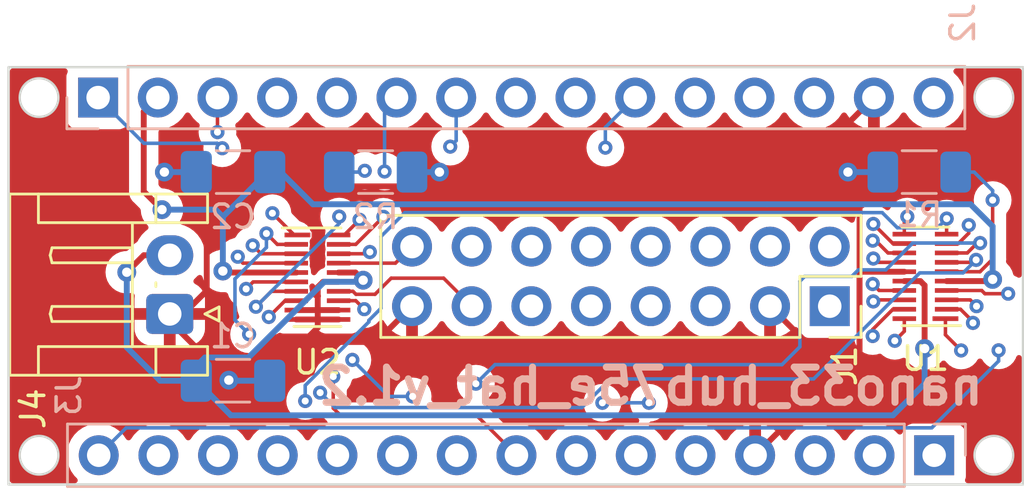
<source format=kicad_pcb>
(kicad_pcb (version 20221018) (generator pcbnew)
  (layers (0 "F.Cu" power) (1 "In1.Cu" signal) (2 "In2.Cu" signal) (31 "B.Cu" power) (34 "B.Paste" user) (35 "F.Paste" user) (36 "B.SilkS" user "B.Silkscreen") (37 "F.SilkS" user "F.Silkscreen") (38 "B.Mask" user) (39 "F.Mask" user) (44 "Edge.Cuts" user))
  (net 0 "")
  (net 1 "+5V")
  (net 2 "GND")
  (net 3 "+3.3V")
  (net 4 "/R1")
  (net 5 "/G1")
  (net 6 "/B1")
  (net 7 "/R2")
  (net 8 "/G2")
  (net 9 "/B2")
  (net 10 "/E")
  (net 11 "/A")
  (net 12 "/B")
  (net 13 "/C")
  (net 14 "/D")
  (net 15 "/CLK")
  (net 16 "/LAT")
  (net 17 "/OE")
  (net 18 "/PA17")
  (net 19 "/PA03")
  (net 20 "/PA02")
  (net 21 "/PB02")
  (net 22 "/PA11")
  (net 23 "/PA10")
  (net 24 "/PB08")
  (net 25 "/PB09")
  (net 26 "/PA09")
  (net 27 "/PB03")
  (net 28 "/RESET")
  (net 29 "/VIN")
  (net 30 "/PB22")
  (net 31 "/PB23")
  (net 32 "/PB10")
  (net 33 "/PB11")
  (net 34 "/PA07")
  (net 35 "/PA05")
  (net 36 "/PA04")
  (net 37 "/PA06")
  (net 38 "/PA18")
  (net 39 "/PA20")
  (net 40 "/PA21")
  (net 41 "/PA16")
  (net 42 "/PA19")
  (net 43 "/RESET2")
  (net 44 "/+5V2")
  (net 45 "Net-(U1-OE)")
  (net 46 "Net-(U2-OE)")
  (footprint "Package_SON:USON-20_2x4mm_P0.4mm" (layer "F.Cu") (at 141.235 85.725 180)
    (fp_text reference "U1" (at 0 -3.5) (layer "F.SilkS"))
    (fp_text value "TXB0108DQSR")
    (fp_line (start 1 -2.1) (end -1.5 -2.1) (stroke (width 0.12)) (layer "F.SilkS"))
    (fp_line (start 1 2.1) (end -1 2.1) (stroke (width 0.12)) (layer "F.SilkS"))
    (pad "1" smd rect (at -0.85 -1.8 90) (size 0.2 1.1) (layers "F.Cu" "F.Paste" "F.Mask") (net 36 "/PA04"))
    (pad "2" smd rect (at -0.9 -1.4 90) (size 0.2 1) (layers "F.Cu" "F.Paste" "F.Mask") (net 34 "/PA07"))
    (pad "3" smd rect (at -0.9 -1 90) (size 0.2 1) (layers "F.Cu" "F.Paste" "F.Mask") (net 39 "/PA20"))
    (pad "4" smd rect (at -0.9 -0.6 90) (size 0.2 1) (layers "F.Cu" "F.Paste" "F.Mask") (net 18 "/PA17"))
    (pad "5" smd rect (at -0.9 -0.2 90) (size 0.2 1) (layers "F.Cu" "F.Paste" "F.Mask") (net 3 "+3.3V"))
    (pad "6" smd rect (at -0.9 0.2 90) (size 0.2 1) (layers "F.Cu" "F.Paste" "F.Mask") (net 45 "Net-(U1-OE)"))
    (pad "7" smd rect (at -0.9 0.6 90) (size 0.2 1) (layers "F.Cu" "F.Paste" "F.Mask") (net 41 "/PA16"))
    (pad "8" smd rect (at -0.9 1 90) (size 0.2 1) (layers "F.Cu" "F.Paste" "F.Mask") (net 38 "/PA18"))
    (pad "9" smd rect (at -0.9 1.4 90) (size 0.2 1) (layers "F.Cu" "F.Paste" "F.Mask") (net 42 "/PA19"))
    (pad "10" smd rect (at -0.9 1.8 90) (size 0.2 1) (layers "F.Cu" "F.Paste" "F.Mask") (net 40 "/PA21"))
    (pad "11" smd rect (at 0.9 1.8 90) (size 0.2 1) (layers "F.Cu" "F.Paste" "F.Mask") (net 9 "/B2"))
    (pad "12" smd rect (at 0.9 1.4 90) (size 0.2 1) (layers "F.Cu" "F.Paste" "F.Mask") (net 7 "/R2"))
    (pad "13" smd rect (at 0.9 1 90) (size 0.2 1) (layers "F.Cu" "F.Paste" "F.Mask") (net 6 "/B1"))
    (pad "14" smd rect (at 0.9 0.6 90) (size 0.2 1) (layers "F.Cu" "F.Paste" "F.Mask") (net 4 "/R1"))
    (pad "15" smd rect (at 0.9 0.2 90) (size 0.2 1) (layers "F.Cu" "F.Paste" "F.Mask") (net 2 "GND"))
    (pad "16" smd rect (at 0.9 -0.2 90) (size 0.2 1) (layers "F.Cu" "F.Paste" "F.Mask") (net 1 "+5V"))
    (pad "17" smd rect (at 0.9 -0.6 90) (size 0.2 1) (layers "F.Cu" "F.Paste" "F.Mask") (net 5 "/G1"))
    (pad "18" smd rect (at 0.9 -1 90) (size 0.2 1) (layers "F.Cu" "F.Paste" "F.Mask") (net 8 "/G2"))
    (pad "19" smd rect (at 0.9 -1.4 90) (size 0.2 1) (layers "F.Cu" "F.Paste" "F.Mask") (net 10 "/E"))
    (pad "20" smd rect (at 0.9 -1.8 90) (size 0.2 1) (layers "F.Cu" "F.Paste" "F.Mask") (net 12 "/B"))
  )
  (footprint "Connector_JST:JST_EH_S2B-EH_1x02_P2.50mm_Horizontal" (layer "F.Cu") (at 109.0676 87.3252 90)
    (fp_text reference "J4" (at -4.0386 -5.8166 90) (layer "F.SilkS"))
    (fp_text value "Power")
    (fp_line (start -2.61 -6.81) (end 5.11 -6.81) (stroke (width 0.12)) (layer "F.SilkS"))
    (fp_line (start -2.61 -5.59) (end -1.39 -5.59) (stroke (width 0.12)) (layer "F.SilkS"))
    (fp_line (start -2.61 1.61) (end -2.61 -6.81) (stroke (width 0.12)) (layer "F.SilkS"))
    (fp_line (start -1.39 -5.59) (end -1.39 -0.59) (stroke (width 0.12)) (layer "F.SilkS"))
    (fp_line (start -1.39 -1.59) (end 3.89 -1.59) (stroke (width 0.12)) (layer "F.SilkS"))
    (fp_line (start -1.39 -0.59) (end -2.61 -0.59) (stroke (width 0.12)) (layer "F.SilkS"))
    (fp_line (start -1.39 -0.59) (end -1.39 1.61) (stroke (width 0.12)) (layer "F.SilkS"))
    (fp_line (start -1.39 1.61) (end -2.61 1.61) (stroke (width 0.12)) (layer "F.SilkS"))
    (fp_line (start -0.32 -5.01) (end 0 -5.09) (stroke (width 0.12)) (layer "F.SilkS"))
    (fp_line (start -0.32 -1.59) (end -0.32 -5.01) (stroke (width 0.12)) (layer "F.SilkS"))
    (fp_line (start -0.3 2.1) (end 0.3 2.1) (stroke (width 0.12)) (layer "F.SilkS"))
    (fp_line (start 0 -5.09) (end 0.32 -5.01) (stroke (width 0.12)) (layer "F.SilkS"))
    (fp_line (start 0 -1.59) (end -0.32 -1.59) (stroke (width 0.12)) (layer "F.SilkS"))
    (fp_line (start 0 1.5) (end -0.3 2.1) (stroke (width 0.12)) (layer "F.SilkS"))
    (fp_line (start 0.3 2.1) (end 0 1.5) (stroke (width 0.12)) (layer "F.SilkS"))
    (fp_line (start 0.32 -5.01) (end 0.32 -1.59) (stroke (width 0.12)) (layer "F.SilkS"))
    (fp_line (start 0.32 -1.59) (end 0 -1.59) (stroke (width 0.12)) (layer "F.SilkS"))
    (fp_line (start 1.17 -0.59) (end 1.33 -0.59) (stroke (width 0.12)) (layer "F.SilkS"))
    (fp_line (start 2.18 -5.01) (end 2.5 -5.09) (stroke (width 0.12)) (layer "F.SilkS"))
    (fp_line (start 2.18 -1.59) (end 2.18 -5.01) (stroke (width 0.12)) (layer "F.SilkS"))
    (fp_line (start 2.5 -5.09) (end 2.82 -5.01) (stroke (width 0.12)) (layer "F.SilkS"))
    (fp_line (start 2.5 -1.59) (end 2.18 -1.59) (stroke (width 0.12)) (layer "F.SilkS"))
    (fp_line (start 2.82 -5.01) (end 2.82 -1.59) (stroke (width 0.12)) (layer "F.SilkS"))
    (fp_line (start 2.82 -1.59) (end 2.5 -1.59) (stroke (width 0.12)) (layer "F.SilkS"))
    (fp_line (start 3.89 -5.59) (end 3.89 -0.59) (stroke (width 0.12)) (layer "F.SilkS"))
    (fp_line (start 3.89 -0.59) (end 5.11 -0.59) (stroke (width 0.12)) (layer "F.SilkS"))
    (fp_line (start 3.89 1.61) (end 3.89 -0.59) (stroke (width 0.12)) (layer "F.SilkS"))
    (fp_line (start 5.11 -6.81) (end 5.11 1.61) (stroke (width 0.12)) (layer "F.SilkS"))
    (fp_line (start 5.11 -5.59) (end 3.89 -5.59) (stroke (width 0.12)) (layer "F.SilkS"))
    (fp_line (start 5.11 1.61) (end 3.89 1.61) (stroke (width 0.12)) (layer "F.SilkS"))
    (pad "1" thru_hole roundrect (at 0 0 90) (size 1.7 2) (drill 1) (layers "*.Cu" "*.Mask") (roundrect_rratio 0.1470588235) (net 2 "GND"))
    (pad "2" thru_hole oval (at 2.5 0 90) (size 1.7 2) (drill 1) (layers "*.Cu" "*.Mask") (net 1 "+5V"))
  )
  (footprint "Connector_PinSocket_2.54mm:PinSocket_2x08_P2.54mm_Vertical" (layer "F.Cu") (at 137.16 86.995 -90)
    (fp_text reference "J1" (at 2.54 -0.635 90) (layer "F.SilkS"))
    (fp_text value "Conn_02x08_Counter_Clockwise")
    (fp_line (start -3.87 -1.33) (end -3.87 19.11) (stroke (width 0.12)) (layer "F.SilkS"))
    (fp_line (start -3.87 -1.33) (end -1.27 -1.33) (stroke (width 0.12)) (layer "F.SilkS"))
    (fp_line (start -3.87 19.11) (end 1.33 19.11) (stroke (width 0.12)) (layer "F.SilkS"))
    (fp_line (start -1.27 -1.33) (end -1.27 1.27) (stroke (width 0.12)) (layer "F.SilkS"))
    (fp_line (start -1.27 1.27) (end 1.33 1.27) (stroke (width 0.12)) (layer "F.SilkS"))
    (fp_line (start 0 -1.33) (end 1.33 -1.33) (stroke (width 0.12)) (layer "F.SilkS"))
    (fp_line (start 1.33 -1.33) (end 1.33 0) (stroke (width 0.12)) (layer "F.SilkS"))
    (fp_line (start 1.33 1.27) (end 1.33 19.11) (stroke (width 0.12)) (layer "F.SilkS"))
    (pad "1" thru_hole rect (at 0 0 270) (size 1.7 1.7) (drill 1) (layers "*.Cu" "*.Mask") (net 5 "/G1"))
    (pad "2" thru_hole oval (at -2.54 0 270) (size 1.7 1.7) (drill 1) (layers "*.Cu" "*.Mask") (net 4 "/R1"))
    (pad "3" thru_hole oval (at 0 2.54 270) (size 1.7 1.7) (drill 1) (layers "*.Cu" "*.Mask") (net 2 "GND"))
    (pad "4" thru_hole oval (at -2.54 2.54 270) (size 1.7 1.7) (drill 1) (layers "*.Cu" "*.Mask") (net 6 "/B1"))
    (pad "5" thru_hole oval (at 0 5.08 270) (size 1.7 1.7) (drill 1) (layers "*.Cu" "*.Mask") (net 8 "/G2"))
    (pad "6" thru_hole oval (at -2.54 5.08 270) (size 1.7 1.7) (drill 1) (layers "*.Cu" "*.Mask") (net 7 "/R2"))
    (pad "7" thru_hole oval (at 0 7.62 270) (size 1.7 1.7) (drill 1) (layers "*.Cu" "*.Mask") (net 10 "/E"))
    (pad "8" thru_hole oval (at -2.54 7.62 270) (size 1.7 1.7) (drill 1) (layers "*.Cu" "*.Mask") (net 9 "/B2"))
    (pad "9" thru_hole oval (at 0 10.16 270) (size 1.7 1.7) (drill 1) (layers "*.Cu" "*.Mask") (net 12 "/B"))
    (pad "10" thru_hole oval (at -2.54 10.16 270) (size 1.7 1.7) (drill 1) (layers "*.Cu" "*.Mask") (net 11 "/A"))
    (pad "11" thru_hole oval (at 0 12.7 270) (size 1.7 1.7) (drill 1) (layers "*.Cu" "*.Mask") (net 14 "/D"))
    (pad "12" thru_hole oval (at -2.54 12.7 270) (size 1.7 1.7) (drill 1) (layers "*.Cu" "*.Mask") (net 13 "/C"))
    (pad "13" thru_hole oval (at 0 15.24 270) (size 1.7 1.7) (drill 1) (layers "*.Cu" "*.Mask") (net 16 "/LAT"))
    (pad "14" thru_hole oval (at -2.54 15.24 270) (size 1.7 1.7) (drill 1) (layers "*.Cu" "*.Mask") (net 15 "/CLK"))
    (pad "15" thru_hole oval (at 0 17.78 270) (size 1.7 1.7) (drill 1) (layers "*.Cu" "*.Mask") (net 2 "GND"))
    (pad "16" thru_hole oval (at -2.54 17.78 270) (size 1.7 1.7) (drill 1) (layers "*.Cu" "*.Mask") (net 17 "/OE"))
  )
  (footprint "Package_SON:USON-20_2x4mm_P0.4mm" (layer "F.Cu") (at 115.355 85.76)
    (fp_text reference "U2" (at 0 3.6226 -360) (layer "F.SilkS"))
    (fp_text value "TXB0108DQSR")
    (fp_line (start 1 -2.1) (end -1.5 -2.1) (stroke (width 0.12)) (layer "F.SilkS"))
    (fp_line (start 1 2.1) (end -1 2.1) (stroke (width 0.12)) (layer "F.SilkS"))
    (pad "1" smd rect (at -0.85 -1.8 270) (size 0.2 1.1) (layers "F.Cu" "F.Paste" "F.Mask") (net 19 "/PA03"))
    (pad "2" smd rect (at -0.9 -1.4 270) (size 0.2 1) (layers "F.Cu" "F.Paste" "F.Mask") (net 35 "/PA05"))
    (pad "3" smd rect (at -0.9 -1 270) (size 0.2 1) (layers "F.Cu" "F.Paste" "F.Mask") (net 26 "/PA09"))
    (pad "4" smd rect (at -0.9 -0.6 270) (size 0.2 1) (layers "F.Cu" "F.Paste" "F.Mask") (net 23 "/PA10"))
    (pad "5" smd rect (at -0.9 -0.2 270) (size 0.2 1) (layers "F.Cu" "F.Paste" "F.Mask") (net 3 "+3.3V"))
    (pad "6" smd rect (at -0.9 0.2 270) (size 0.2 1) (layers "F.Cu" "F.Paste" "F.Mask") (net 46 "Net-(U2-OE)"))
    (pad "7" smd rect (at -0.9 0.6 270) (size 0.2 1) (layers "F.Cu" "F.Paste" "F.Mask") (net 22 "/PA11"))
    (pad "8" smd rect (at -0.9 1 270) (size 0.2 1) (layers "F.Cu" "F.Paste" "F.Mask") (net 37 "/PA06"))
    (pad "9" smd rect (at -0.9 1.4 270) (size 0.2 1) (layers "F.Cu" "F.Paste" "F.Mask") (net 2 "GND"))
    (pad "10" smd rect (at -0.9 1.8 270) (size 0.2 1) (layers "F.Cu" "F.Paste" "F.Mask") (net 2 "GND"))
    (pad "11" smd rect (at 0.9 1.8 270) (size 0.2 1) (layers "F.Cu" "F.Paste" "F.Mask") (net 2 "GND"))
    (pad "12" smd rect (at 0.9 1.4 270) (size 0.2 1) (layers "F.Cu" "F.Paste" "F.Mask") (net 2 "GND"))
    (pad "13" smd rect (at 0.9 1 270) (size 0.2 1) (layers "F.Cu" "F.Paste" "F.Mask") (net 14 "/D"))
    (pad "14" smd rect (at 0.9 0.6 270) (size 0.2 1) (layers "F.Cu" "F.Paste" "F.Mask") (net 16 "/LAT"))
    (pad "15" smd rect (at 0.9 0.2 270) (size 0.2 1) (layers "F.Cu" "F.Paste" "F.Mask") (net 2 "GND"))
    (pad "16" smd rect (at 0.9 -0.2 270) (size 0.2 1) (layers "F.Cu" "F.Paste" "F.Mask") (net 1 "+5V"))
    (pad "17" smd rect (at 0.9 -0.6 270) (size 0.2 1) (layers "F.Cu" "F.Paste" "F.Mask") (net 17 "/OE"))
    (pad "18" smd rect (at 0.9 -1 270) (size 0.2 1) (layers "F.Cu" "F.Paste" "F.Mask") (net 15 "/CLK"))
    (pad "19" smd rect (at 0.9 -1.4 270) (size 0.2 1) (layers "F.Cu" "F.Paste" "F.Mask") (net 13 "/C"))
    (pad "20" smd rect (at 0.9 -1.8 270) (size 0.2 1) (layers "F.Cu" "F.Paste" "F.Mask") (net 11 "/A"))
  )
  (footprint "Resistor_SMD:R_1206_3216Metric_Pad1.30x1.75mm_HandSolder" (layer "B.Cu") (at 117.83 81.28 180)
    (fp_text reference "R2" (at 0 -1.905) (layer "B.SilkS") (effects (justify mirror)))
    (fp_text value "r=100k")
    (fp_line (start -0.727064 -0.91) (end 0.727064 -0.91) (stroke (width 0.12)) (layer "B.SilkS"))
    (fp_line (start -0.727064 0.91) (end 0.727064 0.91) (stroke (width 0.12)) (layer "B.SilkS"))
    (pad "1" smd roundrect (at -1.55 0 180) (size 1.3 1.75) (layers "B.Cu" "B.Paste" "B.Mask") (roundrect_rratio 0.1923076923) (net 2 "GND"))
    (pad "2" smd roundrect (at 1.55 0 180) (size 1.3 1.75) (layers "B.Cu" "B.Paste" "B.Mask") (roundrect_rratio 0.1923076923) (net 46 "Net-(U2-OE)"))
  )
  (footprint "Connector_PinSocket_2.54mm:PinSocket_1x15_P2.54mm_Vertical" (layer "B.Cu") (at 141.605 93.345 90)
    (fp_text reference "J3" (at 2.54 -36.83 90) (layer "B.SilkS") (effects (justify mirror)))
    (fp_text value "Conn_01x15_Socket")
    (fp_line (start -1.33 -36.89) (end 1.33 -36.89) (stroke (width 0.12)) (layer "B.SilkS"))
    (fp_line (start -1.33 -1.27) (end -1.33 -36.89) (stroke (width 0.12)) (layer "B.SilkS"))
    (fp_line (start -1.33 -1.27) (end 1.33 -1.27) (stroke (width 0.12)) (layer "B.SilkS"))
    (fp_line (start 0 1.33) (end 1.33 1.33) (stroke (width 0.12)) (layer "B.SilkS"))
    (fp_line (start 1.33 -1.27) (end 1.33 -36.89) (stroke (width 0.12)) (layer "B.SilkS"))
    (fp_line (start 1.33 1.33) (end 1.33 0) (stroke (width 0.12)) (layer "B.SilkS"))
    (pad "1" thru_hole rect (at 0 0 90) (size 1.7 1.7) (drill 1) (layers "*.Cu" "*.Mask") (net 30 "/PB22"))
    (pad "2" thru_hole oval (at 0 -2.54 90) (size 1.7 1.7) (drill 1) (layers "*.Cu" "*.Mask") (net 31 "/PB23"))
    (pad "3" thru_hole oval (at 0 -5.08 90) (size 1.7 1.7) (drill 1) (layers "*.Cu" "*.Mask") (net 43 "/RESET2"))
    (pad "4" thru_hole oval (at 0 -7.62 90) (size 1.7 1.7) (drill 1) (layers "*.Cu" "*.Mask") (net 2 "GND"))
    (pad "5" thru_hole oval (at 0 -10.16 90) (size 1.7 1.7) (drill 1) (layers "*.Cu" "*.Mask") (net 32 "/PB10"))
    (pad "6" thru_hole oval (at 0 -12.7 90) (size 1.7 1.7) (drill 1) (layers "*.Cu" "*.Mask") (net 33 "/PB11"))
    (pad "7" thru_hole oval (at 0 -15.24 90) (size 1.7 1.7) (drill 1) (layers "*.Cu" "*.Mask") (net 34 "/PA07"))
    (pad "8" thru_hole oval (at 0 -17.78 90) (size 1.7 1.7) (drill 1) (layers "*.Cu" "*.Mask") (net 35 "/PA05"))
    (pad "9" thru_hole oval (at 0 -20.32 90) (size 1.7 1.7) (drill 1) (layers "*.Cu" "*.Mask") (net 36 "/PA04"))
    (pad "10" thru_hole oval (at 0 -22.86 90) (size 1.7 1.7) (drill 1) (layers "*.Cu" "*.Mask") (net 37 "/PA06"))
    (pad "11" thru_hole oval (at 0 -25.4 90) (size 1.7 1.7) (drill 1) (layers "*.Cu" "*.Mask") (net 38 "/PA18"))
    (pad "12" thru_hole oval (at 0 -27.94 90) (size 1.7 1.7) (drill 1) (layers "*.Cu" "*.Mask") (net 39 "/PA20"))
    (pad "13" thru_hole oval (at 0 -30.48 90) (size 1.7 1.7) (drill 1) (layers "*.Cu" "*.Mask") (net 40 "/PA21"))
    (pad "14" thru_hole oval (at 0 -33.02 90) (size 1.7 1.7) (drill 1) (layers "*.Cu" "*.Mask") (net 41 "/PA16"))
    (pad "15" thru_hole oval (at 0 -35.56 90) (size 1.7 1.7) (drill 1) (layers "*.Cu" "*.Mask") (net 42 "/PA19"))
  )
  (footprint "Resistor_SMD:R_1206_3216Metric_Pad1.30x1.75mm_HandSolder" (layer "B.Cu") (at 140.97 81.28)
    (fp_text reference "R1" (at 0 1.82 180) (layer "B.SilkS") (effects (justify mirror)))
    (fp_text value "r=100k")
    (fp_line (start -0.727064 -0.91) (end 0.727064 -0.91) (stroke (width 0.12)) (layer "B.SilkS"))
    (fp_line (start -0.727064 0.91) (end 0.727064 0.91) (stroke (width 0.12)) (layer "B.SilkS"))
    (pad "1" smd roundrect (at -1.55 0) (size 1.3 1.75) (layers "B.Cu" "B.Paste" "B.Mask") (roundrect_rratio 0.1923076923) (net 2 "GND"))
    (pad "2" smd roundrect (at 1.55 0) (size 1.3 1.75) (layers "B.Cu" "B.Paste" "B.Mask") (roundrect_rratio 0.1923076923) (net 45 "Net-(U1-OE)"))
  )
  (footprint "Capacitor_SMD:C_1206_3216Metric_Pad1.33x1.80mm_HandSolder" (layer "B.Cu") (at 111.76 90.17)
    (fp_text reference "C1" (at 0 -1.905) (layer "B.SilkS") (effects (justify mirror)))
    (fp_text value "0.1u")
    (fp_line (start -0.711252 -0.91) (end 0.711252 -0.91) (stroke (width 0.12)) (layer "B.SilkS"))
    (fp_line (start -0.711252 0.91) (end 0.711252 0.91) (stroke (width 0.12)) (layer "B.SilkS"))
    (pad "1" smd roundrect (at -1.5625 0) (size 1.325 1.8) (layers "B.Cu" "B.Paste" "B.Mask") (roundrect_rratio 0.1886792453) (net 1 "+5V"))
    (pad "2" smd roundrect (at 1.5625 0) (size 1.325 1.8) (layers "B.Cu" "B.Paste" "B.Mask") (roundrect_rratio 0.1886792453) (net 2 "GND"))
  )
  (footprint "Capacitor_SMD:C_1206_3216Metric_Pad1.33x1.80mm_HandSolder" (layer "B.Cu") (at 111.76 81.28)
    (fp_text reference "C2" (at 0 1.905) (layer "B.SilkS") (effects (justify mirror)))
    (fp_text value "0.1u")
    (fp_line (start -0.711252 -0.91) (end 0.711252 -0.91) (stroke (width 0.12)) (layer "B.SilkS"))
    (fp_line (start -0.711252 0.91) (end 0.711252 0.91) (stroke (width 0.12)) (layer "B.SilkS"))
    (pad "1" smd roundrect (at -1.5625 0) (size 1.325 1.8) (layers "B.Cu" "B.Paste" "B.Mask") (roundrect_rratio 0.1886792453) (net 2 "GND"))
    (pad "2" smd roundrect (at 1.5625 0) (size 1.325 1.8) (layers "B.Cu" "B.Paste" "B.Mask") (roundrect_rratio 0.1886792453) (net 3 "+3.3V"))
  )
  (footprint "Connector_PinSocket_2.54mm:PinSocket_1x15_P2.54mm_Vertical" (layer "B.Cu") (at 106.0196 78.105 -90)
    (fp_text reference "J2" (at -3.175 -36.8 90) (layer "B.SilkS") (effects (justify mirror)))
    (fp_text value "Conn_01x15_Socket")
    (fp_line (start -1.33 -36.89) (end 1.33 -36.89) (stroke (width 0.12)) (layer "B.SilkS"))
    (fp_line (start -1.33 -1.27) (end -1.33 -36.89) (stroke (width 0.12)) (layer "B.SilkS"))
    (fp_line (start -1.33 -1.27) (end 1.33 -1.27) (stroke (width 0.12)) (layer "B.SilkS"))
    (fp_line (start 0 1.33) (end 1.33 1.33) (stroke (width 0.12)) (layer "B.SilkS"))
    (fp_line (start 1.33 -1.27) (end 1.33 -36.89) (stroke (width 0.12)) (layer "B.SilkS"))
    (fp_line (start 1.33 1.33) (end 1.33 0) (stroke (width 0.12)) (layer "B.SilkS"))
    (pad "1" thru_hole rect (at 0 0 270) (size 1.7 1.7) (drill 1) (layers "*.Cu" "*.Mask") (net 18 "/PA17"))
    (pad "2" thru_hole oval (at 0 -2.54 270) (size 1.7 1.7) (drill 1) (layers "*.Cu" "*.Mask") (net 3 "+3.3V"))
    (pad "3" thru_hole oval (at 0 -5.08 270) (size 1.7 1.7) (drill 1) (layers "*.Cu" "*.Mask") (net 19 "/PA03"))
    (pad "4" thru_hole oval (at 0 -7.62 270) (size 1.7 1.7) (drill 1) (layers "*.Cu" "*.Mask") (net 20 "/PA02"))
    (pad "5" thru_hole oval (at 0 -10.16 270) (size 1.7 1.7) (drill 1) (layers "*.Cu" "*.Mask") (net 21 "/PB02"))
    (pad "6" thru_hole oval (at 0 -12.7 270) (size 1.7 1.7) (drill 1) (layers "*.Cu" "*.Mask") (net 22 "/PA11"))
    (pad "7" thru_hole oval (at 0 -15.24 270) (size 1.7 1.7) (drill 1) (layers "*.Cu" "*.Mask") (net 23 "/PA10"))
    (pad "8" thru_hole oval (at 0 -17.78 270) (size 1.7 1.7) (drill 1) (layers "*.Cu" "*.Mask") (net 24 "/PB08"))
    (pad "9" thru_hole oval (at 0 -20.32 270) (size 1.7 1.7) (drill 1) (layers "*.Cu" "*.Mask") (net 25 "/PB09"))
    (pad "10" thru_hole oval (at 0 -22.86 270) (size 1.7 1.7) (drill 1) (layers "*.Cu" "*.Mask") (net 26 "/PA09"))
    (pad "11" thru_hole oval (at 0 -25.4 270) (size 1.7 1.7) (drill 1) (layers "*.Cu" "*.Mask") (net 27 "/PB03"))
    (pad "12" thru_hole oval (at 0 -27.94 270) (size 1.7 1.7) (drill 1) (layers "*.Cu" "*.Mask") (net 44 "/+5V2"))
    (pad "13" thru_hole oval (at 0 -30.48 270) (size 1.7 1.7) (drill 1) (layers "*.Cu" "*.Mask") (net 28 "/RESET"))
    (pad "14" thru_hole oval (at 0 -33.02 270) (size 1.7 1.7) (drill 1) (layers "*.Cu" "*.Mask") (net 2 "GND"))
    (pad "15" thru_hole oval (at 0 -35.56 270) (size 1.7 1.7) (drill 1) (layers "*.Cu" "*.Mask") (net 29 "/VIN"))
  )
  (gr_rect (start 102.205 76.81) (end 145.385 94.59) (stroke (width 0.1)) (fill none) (layer "Edge.Cuts"))
  (gr_circle (center 144.145 93.345) (end 144.97 93.345) (stroke (width 0.1)) (fill none) (layer "Edge.Cuts"))
  (gr_circle (center 103.505 78.105) (end 104.33 78.105) (stroke (width 0.1)) (fill none) (layer "Edge.Cuts"))
  (gr_circle (center 144.145 78.105) (end 144.97 78.105) (stroke (width 0.1)) (fill none) (layer "Edge.Cuts"))
  (gr_circle (center 103.505 93.345) (end 104.33 93.345) (stroke (width 0.1)) (fill none) (layer "Edge.Cuts"))
  (gr_text "nano33_hub75e_hat_v1.2" (at 115.2398 91.2876) (layer "B.SilkS") (effects (font (size 1.5 1.5) (thickness 0.3) bold) (justify right bottom mirror)))
  (segment (start 117.300798 85.8871) (end 116.973698 85.56) (width 0.25) (layer "F.Cu") (net 1))
  (segment (start 141.0176 85.925) (end 140.335 85.925) (width 0.25) (layer "F.Cu") (net 1))
  (segment (start 107.9608 84.8252) (end 107.2388 85.5472) (width 0.25) (layer "F.Cu") (net 1))
  (segment (start 109.0676 84.8252) (end 107.9608 84.8252) (width 0.25) (layer "F.Cu") (net 1))
  (segment (start 141.1986 86.106) (end 141.0176 85.925) (width 0.25) (layer "F.Cu") (net 1))
  (segment (start 108.993626 84.8252) (end 109.030613 84.862187) (width 0.25) (layer "F.Cu") (net 1))
  (segment (start 116.973698 85.56) (end 116.255 85.56) (width 0.25) (layer "F.Cu") (net 1))
  (segment (start 141.1986 88.7984) (end 141.1986 86.106) (width 0.25) (layer "F.Cu") (net 1))
  (via (at 107.2388 85.5472) (size 0.8) (drill 0.4) (layers "F.Cu" "B.Cu") (net 1))
  (via (at 117.300798 85.8871) (size 0.8) (drill 0.4) (layers "F.Cu" "B.Cu") (net 1))
  (via (at 141.1986 88.7984) (size 0.8) (drill 0.4) (layers "F.Cu" "B.Cu") (net 1))
  (segment (start 107.2388 85.5472) (end 107.2388 88.7476) (width 0.25) (layer "B.Cu") (net 1))
  (segment (start 110.5662 89.1794) (end 110.1975 89.5481) (width 0.25) (layer "B.Cu") (net 1))
  (segment (start 115.6462 85.9536) (end 112.4204 89.1794) (width 0.25) (layer "B.Cu") (net 1))
  (segment (start 141.1986 90.297) (end 139.8524 91.6432) (width 0.25) (layer "B.Cu") (net 1))
  (segment (start 111.6707 91.6432) (end 110.1975 90.17) (width 0.25) (layer "B.Cu") (net 1))
  (segment (start 117.300798 85.8871) (end 117.234298 85.9536) (width 0.25) (layer "B.Cu") (net 1))
  (segment (start 117.234298 85.9536) (end 115.6462 85.9536) (width 0.25) (layer "B.Cu") (net 1))
  (segment (start 112.4204 89.1794) (end 110.5662 89.1794) (width 0.25) (layer "B.Cu") (net 1))
  (segment (start 107.2388 88.7476) (end 108.6612 90.17) (width 0.25) (layer "B.Cu") (net 1))
  (segment (start 108.6612 90.17) (end 110.1975 90.17) (width 0.25) (layer "B.Cu") (net 1))
  (segment (start 110.1975 89.5481) (end 110.1975 90.17) (width 0.25) (layer "B.Cu") (net 1))
  (segment (start 141.1986 88.7984) (end 141.1986 90.297) (width 0.25) (layer "B.Cu") (net 1))
  (segment (start 139.8524 91.6432) (end 111.6707 91.6432) (width 0.25) (layer "B.Cu") (net 1))
  (segment (start 137.9369 79.2077) (end 137.9369 81.28) (width 0.25) (layer "F.Cu") (net 2))
  (segment (start 110.6424 86.3346) (end 109.6518 87.3252) (width 0.25) (layer "F.Cu") (net 2))
  (segment (start 114.455 87.16) (end 115.3668 87.16) (width 0.25) (layer "F.Cu") (net 2))
  (segment (start 139.0396 78.105) (end 137.9369 79.2077) (width 0.25) (layer "F.Cu") (net 2))
  (segment (start 113.2078 88.519) (end 117.856 88.519) (width 0.25) (layer "F.Cu") (net 2))
  (segment (start 114.455 87.56) (end 115.3668 87.56) (width 0.25) (layer "F.Cu") (net 2))
  (segment (start 138.43 85.525) (end 140.335 85.525) (width 0.25) (layer "F.Cu") (net 2))
  (segment (start 110.6424 83.1088) (end 111.8616 81.8896) (width 0.25) (layer "F.Cu") (net 2))
  (segment (start 111.5822 90.1446) (end 113.2078 88.519) (width 0.25) (layer "F.Cu") (net 2))
  (segment (start 115.3668 87.9094) (end 114.7572 88.519) (width 0.25) (layer "F.Cu") (net 2))
  (segment (start 137.9369 81.28) (end 137.795 81.28) (width 0.25) (layer "F.Cu") (net 2))
  (segment (start 133.985 93.345) (end 138.43 88.9) (width 0.25) (layer "F.Cu") (net 2))
  (segment (start 115.3668 86.1822) (end 115.3668 87.16) (width 0.25) (layer "F.Cu") (net 2))
  (segment (start 120.550344 81.281944) (end 120.5484 81.28) (width 0.25) (layer "F.Cu") (net 2))
  (segment (start 134.62 86.995) (end 136.525 88.9) (width 0.25) (layer "F.Cu") (net 2))
  (segment (start 110.5916 83.0326) (end 110.5916 83.058) (width 0.25) (layer "F.Cu") (net 2))
  (segment (start 111.8616 81.8896) (end 119.9388 81.8896) (width 0.25) (layer "F.Cu") (net 2))
  (segment (start 110.5916 83.058) (end 110.6424 83.1088) (width 0.25) (layer "F.Cu") (net 2))
  (segment (start 109.3724 87.3252) (end 109.0676 87.3252) (width 0.25) (layer "F.Cu") (net 2))
  (segment (start 115.3668 87.56) (end 116.255 87.56) (width 0.25) (layer "F.Cu") (net 2))
  (segment (start 138.43 81.7731) (end 138.43 88.9) (width 0.25) (layer "F.Cu") (net 2))
  (segment (start 111.5822 90.1446) (end 109.0676 87.63) (width 0.25) (layer "F.Cu") (net 2))
  (segment (start 138.43 81.7731) (end 137.9369 81.28) (width 0.25) (layer "F.Cu") (net 2))
  (segment (start 115.589 85.96) (end 115.3668 86.1822) (width 0.25) (layer "F.Cu") (net 2))
  (segment (start 120.550344 81.2546) (end 137.9115 81.2546) (width 0.25) (layer "F.Cu") (net 2))
  (segment (start 109.0676 87.3252) (end 109.4994 87.3252) (width 0.25) (layer "F.Cu") (net 2))
  (segment (start 109.6518 87.3252) (end 109.0676 87.3252) (width 0.25) (layer "F.Cu") (net 2))
  (segment (start 115.3668 87.16) (end 115.3668 87.56) (width 0.25) (layer "F.Cu") (net 2))
  (segment (start 115.3668 87.9094) (end 115.3668 87.56) (width 0.25) (layer "F.Cu") (net 2))
  (segment (start 136.525 88.9) (end 138.43 88.9) (width 0.25) (layer "F.Cu") (net 2))
  (segment (start 117.856 88.519) (end 119.38 86.995) (width 0.25) (layer "F.Cu") (net 2))
  (segment (start 119.9388 81.8896) (end 120.5484 81.28) (width 0.25) (layer "F.Cu") (net 2))
  (segment (start 108.839 81.28) (end 110.5916 83.0326) (width 0.25) (layer "F.Cu") (net 2))
  (segment (start 138.43 88.9) (end 138.43 85.525) (width 0.25) (layer "F.Cu") (net 2))
  (segment (start 109.0676 87.63) (end 109.0676 87.3252) (width 0.25) (layer "F.Cu") (net 2))
  (segment (start 110.6424 83.1088) (end 110.6424 86.3346) (width 0.25) (layer "F.Cu") (net 2))
  (segment (start 116.255 85.96) (end 115.589 85.96) (width 0.25) (layer "F.Cu") (net 2))
  (segment (start 137.9115 81.2546) (end 137.9369 81.28) (width 0.25) (layer "F.Cu") (net 2))
  (segment (start 115.3668 87.16) (end 116.255 87.16) (width 0.25) (layer "F.Cu") (net 2))
  (via (at 137.9369 81.28) (size 0.8) (drill 0.4) (layers "F.Cu" "B.Cu") (net 2))
  (via (at 111.5822 90.1446) (size 0.8) (drill 0.4) (layers "F.Cu" "B.Cu") (net 2))
  (via (at 108.839 81.28) (size 0.8) (drill 0.4) (layers "F.Cu" "B.Cu") (net 2))
  (via (at 120.5484 81.28) (size 0.8) (drill 0.4) (layers "F.Cu" "B.Cu") (net 2))
  (segment (start 139.42 81.28) (end 137.9369 81.28) (width 0.25) (layer "B.Cu") (net 2))
  (segment (start 111.5822 90.1446) (end 111.6076 90.17) (width 0.25) (layer "B.Cu") (net 2))
  (segment (start 139.42 78.4854) (end 139.0396 78.105) (width 0.25) (layer "B.Cu") (net 2))
  (segment (start 120.5484 81.28) (end 119.38 81.28) (width 0.25) (layer "B.Cu") (net 2))
  (segment (start 111.6076 90.17) (end 113.3225 90.17) (width 0.25) (layer "B.Cu") (net 2))
  (segment (start 108.839 81.28) (end 110.1975 81.28) (width 0.25) (layer "B.Cu") (net 2))
  (segment (start 107.961032 78.703568) (end 107.961032 82.103832) (width 0.25) (layer "F.Cu") (net 3))
  (segment (start 111.3918 85.56) (end 114.455 85.56) (width 0.25) (layer "F.Cu") (net 3))
  (segment (start 144.0942 85.852) (end 144.0212 85.925) (width 0.25) (layer "F.Cu") (net 3))
  (segment (start 144.0212 85.925) (end 142.135 85.925) (width 0.25) (layer "F.Cu") (net 3))
  (segment (start 111.3282 85.4964) (end 111.3918 85.56) (width 0.25) (layer "F.Cu") (net 3))
  (segment (start 108.5596 78.105) (end 107.961032 78.703568) (width 0.25) (layer "F.Cu") (net 3))
  (segment (start 107.961032 82.103832) (end 108.7374 82.8802) (width 0.25) (layer "F.Cu") (net 3))
  (via (at 108.7374 82.8802) (size 0.8) (drill 0.4) (layers "F.Cu" "B.Cu") (net 3))
  (via (at 144.0942 85.852) (size 0.8) (drill 0.4) (layers "F.Cu" "B.Cu") (net 3))
  (via (at 111.3282 85.4964) (size 0.8) (drill 0.4) (layers "F.Cu" "B.Cu") (net 3))
  (segment (start 108.7374 82.8802) (end 111.0234 82.8802) (width 0.25) (layer "B.Cu") (net 3))
  (segment (start 115.1636 82.6516) (end 134.493 82.6516) (width 0.25) (layer "B.Cu") (net 3))
  (segment (start 111.0234 82.8802) (end 111.3282 83.185) (width 0.25) (layer "B.Cu") (net 3))
  (segment (start 111.3282 85.4964) (end 111.3282 83.185) (width 0.25) (layer "B.Cu") (net 3))
  (segment (start 111.3282 83.185) (end 113.2332 81.28) (width 0.25) (layer "B.Cu") (net 3))
  (segment (start 143.1544 82.6516) (end 144.0942 83.5914) (width 0.25) (layer "B.Cu") (net 3))
  (segment (start 113.2332 81.28) (end 113.3225 81.28) (width 0.25) (layer "B.Cu") (net 3))
  (segment (start 113.3225 81.28) (end 113.792 81.28) (width 0.25) (layer "B.Cu") (net 3))
  (segment (start 144.0942 83.5914) (end 144.0942 85.852) (width 0.25) (layer "B.Cu") (net 3))
  (segment (start 113.792 81.28) (end 115.1636 82.6516) (width 0.25) (layer "B.Cu") (net 3))
  (segment (start 134.493 82.6516) (end 143.1544 82.6516) (width 0.25) (layer "B.Cu") (net 3))
  (segment (start 139.1762 85.125) (end 139.0142 84.963) (width 0.15) (layer "F.Cu") (net 4))
  (segment (start 140.335 85.125) (end 139.1762 85.125) (width 0.15) (layer "F.Cu") (net 4))
  (via (at 139.0142 84.963) (size 0.6) (drill 0.3) (layers "F.Cu" "B.Cu") (net 4))
  (segment (start 139.2643 86.325) (end 138.9888 86.0495) (width 0.15) (layer "F.Cu") (net 5))
  (segment (start 140.335 86.325) (end 139.2643 86.325) (width 0.15) (layer "F.Cu") (net 5))
  (via (at 138.9888 86.0495) (size 0.6) (drill 0.3) (layers "F.Cu" "B.Cu") (net 5))
  (segment (start 139.6398 84.725) (end 139.1158 84.201) (width 0.15) (layer "F.Cu") (net 6))
  (segment (start 139.1158 84.201) (end 138.9888 84.201) (width 0.15) (layer "F.Cu") (net 6))
  (segment (start 140.335 84.725) (end 139.6398 84.725) (width 0.15) (layer "F.Cu") (net 6))
  (via (at 138.9888 84.201) (size 0.6) (drill 0.3) (layers "F.Cu" "B.Cu") (net 6))
  (segment (start 140.335 84.325) (end 139.8494 84.325) (width 0.15) (layer "F.Cu") (net 7))
  (segment (start 139.8494 84.325) (end 139.0142 83.4898) (width 0.15) (layer "F.Cu") (net 7))
  (via (at 139.0142 83.4898) (size 0.6) (drill 0.3) (layers "F.Cu" "B.Cu") (net 7))
  (segment (start 140.335 86.725) (end 139.081 86.725) (width 0.15) (layer "F.Cu") (net 8))
  (segment (start 139.081 86.725) (end 139.0142 86.7918) (width 0.15) (layer "F.Cu") (net 8))
  (via (at 139.0142 86.7918) (size 0.6) (drill 0.3) (layers "F.Cu" "B.Cu") (net 8))
  (segment (start 140.462 83.1761) (end 140.335 83.3031) (width 0.15) (layer "F.Cu") (net 9))
  (segment (start 140.335 83.3031) (end 140.335 83.925) (width 0.15) (layer "F.Cu") (net 9))
  (via (at 140.462 83.1761) (size 0.6) (drill 0.3) (layers "F.Cu" "B.Cu") (net 9))
  (segment (start 139.8494 87.125) (end 138.9888 87.9856) (width 0.15) (layer "F.Cu") (net 10))
  (segment (start 138.9888 87.9856) (end 138.9888 88.265) (width 0.15) (layer "F.Cu") (net 10))
  (segment (start 140.335 87.125) (end 139.8494 87.125) (width 0.15) (layer "F.Cu") (net 10))
  (via (at 138.9888 88.265) (size 0.6) (drill 0.3) (layers "F.Cu" "B.Cu") (net 10))
  (segment (start 116.255 83.96) (end 116.4968 83.96) (width 0.15) (layer "F.Cu") (net 11))
  (segment (start 116.4968 83.96) (end 117.1448 83.312) (width 0.15) (layer "F.Cu") (net 11))
  (via (at 117.1448 83.312) (size 0.6) (drill 0.3) (layers "F.Cu" "B.Cu") (net 11))
  (segment (start 140.335 87.525) (end 140.335 88.0618) (width 0.15) (layer "F.Cu") (net 12))
  (segment (start 140.335 88.0618) (end 139.9286 88.4682) (width 0.15) (layer "F.Cu") (net 12))
  (via (at 139.9286 88.4682) (size 0.6) (drill 0.3) (layers "F.Cu" "B.Cu") (net 12))
  (segment (start 116.255 84.36) (end 116.9858 84.36) (width 0.15) (layer "F.Cu") (net 13))
  (segment (start 116.9858 84.36) (end 118.1608 83.185) (width 0.15) (layer "F.Cu") (net 13))
  (via (at 118.1608 83.185) (size 0.6) (drill 0.3) (layers "F.Cu" "B.Cu") (net 13))
  (segment (start 116.986 86.76) (end 117.348 87.122) (width 0.15) (layer "F.Cu") (net 14))
  (segment (start 116.255 86.76) (end 116.986 86.76) (width 0.15) (layer "F.Cu") (net 14))
  (via (at 117.348 87.122) (size 0.6) (drill 0.3) (layers "F.Cu" "B.Cu") (net 14))
  (segment (start 117.5102 84.76) (end 117.5847 84.6855) (width 0.15) (layer "F.Cu") (net 15))
  (segment (start 116.255 84.76) (end 117.5102 84.76) (width 0.15) (layer "F.Cu") (net 15))
  (via (at 117.5847 84.6855) (size 0.6) (drill 0.3) (layers "F.Cu" "B.Cu") (net 15))
  (segment (start 116.9924 86.487) (end 117.8052 86.487) (width 0.15) (layer "F.Cu") (net 16))
  (segment (start 116.8654 86.36) (end 116.9924 86.487) (width 0.15) (layer "F.Cu") (net 16))
  (segment (start 118.491 85.8012) (end 120.7262 85.8012) (width 0.15) (layer "F.Cu") (net 16))
  (segment (start 116.255 86.36) (end 116.8654 86.36) (width 0.15) (layer "F.Cu") (net 16))
  (segment (start 117.8052 86.487) (end 118.491 85.8012) (width 0.15) (layer "F.Cu") (net 16))
  (segment (start 120.7262 85.8012) (end 121.92 86.995) (width 0.15) (layer "F.Cu") (net 16))
  (segment (start 116.255 85.16) (end 118.675 85.16) (width 0.15) (layer "F.Cu") (net 17))
  (segment (start 118.675 85.16) (end 119.38 84.455) (width 0.15) (layer "F.Cu") (net 17))
  (segment (start 119.38 84.455) (end 119.38 84.2772) (width 0.25) (layer "F.Cu") (net 17))
  (segment (start 143.6274 86.325) (end 143.764 86.4616) (width 0.15) (layer "F.Cu") (net 18))
  (segment (start 142.135 86.325) (end 143.6274 86.325) (width 0.15) (layer "F.Cu") (net 18))
  (segment (start 143.764 86.4616) (end 144.7546 86.4616) (width 0.15) (layer "F.Cu") (net 18))
  (via (at 144.7546 86.4616) (size 0.6) (drill 0.3) (layers "F.Cu" "B.Cu") (net 18))
  (via (at 111.3028 80.264) (size 0.6) (drill 0.3) (layers "F.Cu" "B.Cu") (net 18))
  (segment (start 111.3028 80.264) (end 111.092 80.0532) (width 0.15) (layer "B.Cu") (net 18))
  (segment (start 107.9678 80.0532) (end 106.0196 78.105) (width 0.15) (layer "B.Cu") (net 18))
  (segment (start 111.092 80.0532) (end 107.9678 80.0532) (width 0.15) (layer "B.Cu") (net 18))
  (segment (start 114.505 83.96) (end 114.3638 83.96) (width 0.15) (layer "F.Cu") (net 19))
  (segment (start 111.0996 79.5782) (end 111.0996 78.105) (width 0.15) (layer "F.Cu") (net 19))
  (segment (start 114.3638 83.96) (end 113.4364 83.0326) (width 0.15) (layer "F.Cu") (net 19))
  (via (at 113.4364 83.0326) (size 0.6) (drill 0.3) (layers "F.Cu" "B.Cu") (net 19))
  (via (at 111.0996 79.5782) (size 0.6) (drill 0.3) (layers "F.Cu" "B.Cu") (net 19))
  (segment (start 113.393729 86.36) (end 112.734972 87.018757) (width 0.15) (layer "F.Cu") (net 22))
  (segment (start 114.455 86.36) (end 113.393729 86.36) (width 0.15) (layer "F.Cu") (net 22))
  (via (at 116.2812 83.1761) (size 0.6) (drill 0.3) (layers "F.Cu" "B.Cu") (net 22))
  (via (at 112.734972 87.018757) (size 0.6) (drill 0.3) (layers "F.Cu" "B.Cu") (net 22))
  (via (at 118.2116 81.2546) (size 0.6) (drill 0.3) (layers "F.Cu" "B.Cu") (net 22))
  (segment (start 118.2116 81.2546) (end 118.2116 78.613) (width 0.15) (layer "B.Cu") (net 22))
  (segment (start 118.2116 78.613) (end 118.7196 78.105) (width 0.15) (layer "B.Cu") (net 22))
  (segment (start 112.734972 87.018757) (end 116.2812 83.472529) (width 0.15) (layer "B.Cu") (net 22))
  (segment (start 116.2812 83.472529) (end 116.2812 83.1761) (width 0.15) (layer "B.Cu") (net 22))
  (segment (start 114.455 85.16) (end 112.1856 85.16) (width 0.15) (layer "F.Cu") (net 23))
  (segment (start 111.9632 84.9376) (end 111.9632 84.8868) (width 0.15) (layer "F.Cu") (net 23))
  (segment (start 112.1856 85.16) (end 111.9632 84.9376) (width 0.15) (layer "F.Cu") (net 23))
  (via (at 121.0056 80.1959) (size 0.6) (drill 0.3) (layers "F.Cu" "B.Cu") (net 23))
  (via (at 111.9632 84.8868) (size 0.6) (drill 0.3) (layers "F.Cu" "B.Cu") (net 23))
  (segment (start 121.0056 80.1959) (end 121.2596 79.9419) (width 0.15) (layer "B.Cu") (net 23))
  (segment (start 121.2596 79.9419) (end 121.2596 78.105) (width 0.15) (layer "B.Cu") (net 23))
  (segment (start 112.954 84.76) (end 112.5982 84.4042) (width 0.15) (layer "F.Cu") (net 26))
  (segment (start 114.455 84.76) (end 112.954 84.76) (width 0.15) (layer "F.Cu") (net 26))
  (via (at 127.6096 80.2386) (size 0.6) (drill 0.3) (layers "F.Cu" "B.Cu") (net 26))
  (via (at 112.5982 84.4042) (size 0.6) (drill 0.3) (layers "F.Cu" "B.Cu") (net 26))
  (segment (start 127.6096 79.375) (end 128.8796 78.105) (width 0.15) (layer "B.Cu") (net 26))
  (segment (start 127.6096 80.2386) (end 127.6096 79.375) (width 0.15) (layer "B.Cu") (net 26))
  (segment (start 142.7256 87.125) (end 142.135 87.125) (width 0.15) (layer "F.Cu") (net 34))
  (segment (start 143.256 87.7062) (end 143.256 87.6554) (width 0.15) (layer "F.Cu") (net 34))
  (segment (start 143.256 87.6554) (end 142.7256 87.125) (width 0.15) (layer "F.Cu") (net 34))
  (via (at 143.256 87.7062) (size 0.6) (drill 0.3) (layers "F.Cu" "B.Cu") (net 34))
  (segment (start 116.0272 91.3384) (end 116.0272 89.9922) (width 0.15) (layer "F.Cu") (net 35))
  (segment (start 123.825 93.345) (end 122.1486 91.6686) (width 0.15) (layer "F.Cu") (net 35))
  (segment (start 122.1486 91.6686) (end 116.3574 91.6686) (width 0.15) (layer "F.Cu") (net 35))
  (segment (start 114.455 84.36) (end 113.6462 84.36) (width 0.15) (layer "F.Cu") (net 35))
  (segment (start 113.6462 84.36) (end 113.1824 83.8962) (width 0.15) (layer "F.Cu") (net 35))
  (segment (start 116.3574 91.6686) (end 116.0272 91.3384) (width 0.15) (layer "F.Cu") (net 35))
  (via (at 116.0272 89.9922) (size 0.6) (drill 0.3) (layers "F.Cu" "B.Cu") (net 35))
  (via (at 113.1824 83.8962) (size 0.6) (drill 0.3) (layers "F.Cu" "B.Cu") (net 35))
  (via (at 112.4458 88.1888) (size 0.6) (drill 0.3) (layers "F.Cu" "B.Cu") (net 35))
  (segment (start 111.8438 85.830352) (end 111.8438 87.5868) (width 0.15) (layer "B.Cu") (net 35))
  (segment (start 113.1824 84.491752) (end 111.8438 85.830352) (width 0.15) (layer "B.Cu") (net 35))
  (segment (start 111.8438 87.5868) (end 112.4458 88.1888) (width 0.15) (layer "B.Cu") (net 35))
  (segment (start 113.1824 83.8962) (end 113.1824 84.491752) (width 0.15) (layer "B.Cu") (net 35))
  (segment (start 142.085 88.2116) (end 142.085 87.525) (width 0.15) (layer "F.Cu") (net 36))
  (segment (start 142.753323 88.879923) (end 142.085 88.2116) (width 0.15) (layer "F.Cu") (net 36))
  (via (at 129.4638 91.1098) (size 0.6) (drill 0.3) (layers "F.Cu" "B.Cu") (net 36))
  (via (at 127.4826 91.1098) (size 0.6) (drill 0.3) (layers "F.Cu" "B.Cu") (net 36))
  (via (at 142.753323 88.879923) (size 0.6) (drill 0.3) (layers "F.Cu" "B.Cu") (net 36))
  (segment (start 129.4638 91.1098) (end 127.4826 91.1098) (width 0.15) (layer "B.Cu") (net 36))
  (segment (start 113.9762 86.76) (end 114.455 86.76) (width 0.15) (layer "F.Cu") (net 37))
  (segment (start 113.284 87.4522) (end 113.9762 86.76) (width 0.15) (layer "F.Cu") (net 37))
  (via (at 119.4054 90.8385) (size 0.6) (drill 0.3) (layers "F.Cu" "B.Cu") (net 37))
  (via (at 113.284 87.4522) (size 0.6) (drill 0.3) (layers "F.Cu" "B.Cu") (net 37))
  (via (at 116.84 89.281) (size 0.6) (drill 0.3) (layers "F.Cu" "B.Cu") (net 37))
  (segment (start 118.3975 90.8385) (end 116.84 89.281) (width 0.15) (layer "B.Cu") (net 37))
  (segment (start 119.4054 90.8385) (end 118.3975 90.8385) (width 0.15) (layer "B.Cu") (net 37))
  (segment (start 143.014802 84.725) (end 143.437202 84.3026) (width 0.15) (layer "F.Cu") (net 38))
  (segment (start 143.437202 84.3026) (end 143.5608 84.3026) (width 0.15) (layer "F.Cu") (net 38))
  (segment (start 142.135 84.725) (end 143.014802 84.725) (width 0.15) (layer "F.Cu") (net 38))
  (via (at 143.5608 84.3026) (size 0.6) (drill 0.3) (layers "F.Cu" "B.Cu") (net 38))
  (via (at 122.0978 90.297) (size 0.6) (drill 0.3) (layers "F.Cu" "B.Cu") (net 38))
  (segment (start 140.6906 84.3026) (end 143.5608 84.3026) (width 0.15) (layer "B.Cu") (net 38))
  (segment (start 135.89 85.9282) (end 136.0932 85.725) (width 0.15) (layer "B.Cu") (net 38))
  (segment (start 122.9106 89.4842) (end 135.128 89.4842) (width 0.15) (layer "B.Cu") (net 38))
  (segment (start 136.0932 85.725) (end 138.0998 85.725) (width 0.15) (layer "B.Cu") (net 38))
  (segment (start 135.89 88.7222) (end 135.89 85.9282) (width 0.15) (layer "B.Cu") (net 38))
  (segment (start 122.0978 90.297) (end 122.9106 89.4842) (width 0.15) (layer "B.Cu") (net 38))
  (segment (start 135.128 89.4842) (end 135.89 88.7222) (width 0.15) (layer "B.Cu") (net 38))
  (segment (start 138.0998 85.725) (end 138.3792 85.4456) (width 0.15) (layer "B.Cu") (net 38))
  (segment (start 138.3792 85.4456) (end 139.5476 85.4456) (width 0.15) (layer "B.Cu") (net 38))
  (segment (start 139.5476 85.4456) (end 140.6906 84.3026) (width 0.15) (layer "B.Cu") (net 38))
  (segment (start 143.4084 86.995) (end 143.1384 86.725) (width 0.15) (layer "F.Cu") (net 39))
  (segment (start 143.1384 86.725) (end 142.135 86.725) (width 0.15) (layer "F.Cu") (net 39))
  (via (at 143.4084 86.995) (size 0.6) (drill 0.3) (layers "F.Cu" "B.Cu") (net 39))
  (segment (start 142.135 83.2646) (end 142.1384 83.2612) (width 0.15) (layer "F.Cu") (net 40))
  (segment (start 142.135 83.925) (end 142.135 83.2646) (width 0.15) (layer "F.Cu") (net 40))
  (via (at 114.8334 91.0336) (size 0.6) (drill 0.3) (layers "F.Cu" "B.Cu") (net 40))
  (via (at 142.1384 83.2612) (size 0.6) (drill 0.3) (layers "F.Cu" "B.Cu") (net 40))
  (segment (start 118.0592 87.082552) (end 117.544752 87.597) (width 0.15) (layer "B.Cu") (net 40))
  (segment (start 118.0592 84.0232) (end 118.0592 87.082552) (width 0.15) (layer "B.Cu") (net 40))
  (segment (start 140.0391 83.6511) (end 139.3952 83.0072) (width 0.15) (layer "B.Cu") (net 40))
  (segment (start 119.0752 83.0072) (end 118.0592 84.0232) (width 0.15) (layer "B.Cu") (net 40))
  (segment (start 141.7485 83.6511) (end 140.0391 83.6511) (width 0.15) (layer "B.Cu") (net 40))
  (segment (start 114.8334 90.3732) (end 114.8334 91.0336) (width 0.15) (layer "B.Cu") (net 40))
  (segment (start 139.3952 83.0072) (end 119.0752 83.0072) (width 0.15) (layer "B.Cu") (net 40))
  (segment (start 142.1384 83.2612) (end 141.7485 83.6511) (width 0.15) (layer "B.Cu") (net 40))
  (segment (start 117.544752 87.661848) (end 114.8334 90.3732) (width 0.15) (layer "B.Cu") (net 40))
  (segment (start 117.544752 87.597) (end 117.544752 87.661848) (width 0.15) (layer "B.Cu") (net 40))
  (segment (start 143.286554 85.125) (end 143.390377 85.021177) (width 0.15) (layer "F.Cu") (net 41))
  (segment (start 142.135 85.125) (end 143.286554 85.125) (width 0.15) (layer "F.Cu") (net 41))
  (via (at 143.390377 85.021177) (size 0.6) (drill 0.3) (layers "F.Cu" "B.Cu") (net 41))
  (via (at 115.4684 90.678) (size 0.6) (drill 0.3) (layers "F.Cu" "B.Cu") (net 41))
  (segment (start 116.1034 91.313) (end 126.607648 91.313) (width 0.15) (layer "B.Cu") (net 41))
  (segment (start 115.4684 90.678) (end 116.1034 91.313) (width 0.15) (layer "B.Cu") (net 41))
  (segment (start 127.826848 90.0938) (end 136.4742 90.0938) (width 0.15) (layer "B.Cu") (net 41))
  (segment (start 140.9935 85.5745) (end 142.837054 85.5745) (width 0.15) (layer "B.Cu") (net 41))
  (segment (start 126.607648 91.313) (end 127.826848 90.0938) (width 0.15) (layer "B.Cu") (net 41))
  (segment (start 142.837054 85.5745) (end 143.390377 85.021177) (width 0.15) (layer "B.Cu") (net 41))
  (segment (start 136.4742 90.0938) (end 140.9935 85.5745) (width 0.15) (layer "B.Cu") (net 41))
  (segment (start 143.0782 83.8818) (end 143.0782 83.5406) (width 0.15) (layer "F.Cu") (net 42))
  (segment (start 142.635 84.325) (end 143.0782 83.8818) (width 0.15) (layer "F.Cu") (net 42))
  (segment (start 142.135 84.325) (end 142.635 84.325) (width 0.15) (layer "F.Cu") (net 42))
  (via (at 143.0782 83.5406) (size 0.6) (drill 0.3) (layers "F.Cu" "B.Cu") (net 42))
  (via (at 144.3482 88.8746) (size 0.6) (drill 0.3) (layers "F.Cu" "B.Cu") (net 42))
  (segment (start 107.2134 92.1766) (end 106.045 93.345) (width 0.15) (layer "B.Cu") (net 42))
  (segment (start 141.5034 92.1766) (end 107.2134 92.1766) (width 0.15) (layer "B.Cu") (net 42))
  (segment (start 144.3482 89.3318) (end 141.5034 92.1766) (width 0.15) (layer "B.Cu") (net 42))
  (segment (start 144.3482 88.8746) (end 144.3482 89.3318) (width 0.15) (layer "B.Cu") (net 42))
  (segment (start 144.0942 84.9884) (end 143.5576 85.525) (width 0.15) (layer "F.Cu") (net 45))
  (segment (start 143.5576 85.525) (end 142.135 85.525) (width 0.15) (layer "F.Cu") (net 45))
  (segment (start 144.0942 82.4738) (end 144.0942 84.9884) (width 0.15) (layer "F.Cu") (net 45))
  (via (at 144.0942 82.4738) (size 0.6) (drill 0.3) (layers "F.Cu" "B.Cu") (net 45))
  (segment (start 144.0942 82.4738) (end 144.0942 82.0674) (width 0.15) (layer "B.Cu") (net 45))
  (segment (start 143.3068 81.28) (end 142.52 81.28) (width 0.15) (layer "B.Cu") (net 45))
  (segment (start 144.0942 82.0674) (end 143.3068 81.28) (width 0.15) (layer "B.Cu") (net 45))
  (segment (start 112.6172 85.96) (end 112.3188 86.2584) (width 0.15) (layer "F.Cu") (net 46))
  (segment (start 114.455 85.96) (end 112.6172 85.96) (width 0.15) (layer "F.Cu") (net 46))
  (via (at 117.368077 81.223877) (size 0.6) (drill 0.3) (layers "F.Cu" "B.Cu") (net 46))
  (via (at 112.3188 86.2584) (size 0.6) (drill 0.3) (layers "F.Cu" "B.Cu") (net 46))
  (segment (start 117.311954 81.28) (end 116.28 81.28) (width 0.15) (layer "B.Cu") (net 46))
  (segment (start 117.368077 81.223877) (end 117.311954 81.28) (width 0.15) (layer "B.Cu") (net 46))
  (zone (net 2) (net_name "GND") (layer "F.Cu") (connect_pads (clearance 0.5)) (min_thickness 0.25) (fill yes (thermal_gap 0.5) (thermal_bridge_width 0.5))
    (polygon (pts (xy 102.2604 76.8604) (xy 145.3388 76.8604) (xy 145.3388 94.5388) (xy 102.2604 94.5388)))
  )
)
</source>
